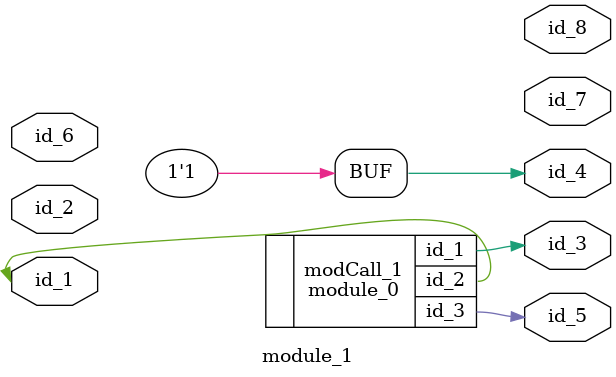
<source format=v>
module module_0 (
    id_1,
    id_2,
    id_3
);
  output wire id_3;
  output wire id_2;
  output wire id_1;
  assign id_1 = 1'b0;
endmodule
module module_1 (
    id_1,
    id_2,
    id_3,
    id_4,
    id_5,
    id_6,
    id_7,
    id_8
);
  output wire id_8;
  output wire id_7;
  input wire id_6;
  output wire id_5;
  output wire id_4;
  output wire id_3;
  input wire id_2;
  inout wire id_1;
  module_0 modCall_1 (
      id_3,
      id_1,
      id_5
  );
  assign id_4 = -1;
endmodule

</source>
